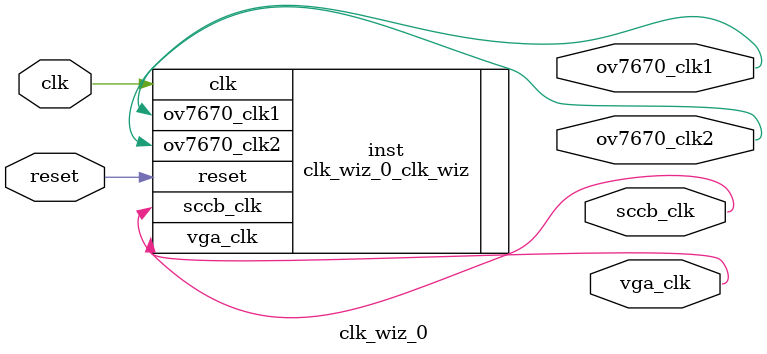
<source format=v>


`timescale 1ps/1ps

(* CORE_GENERATION_INFO = "clk_wiz_0,clk_wiz_v6_0_6_0_0,{component_name=clk_wiz_0,use_phase_alignment=true,use_min_o_jitter=false,use_max_i_jitter=false,use_dyn_phase_shift=false,use_inclk_switchover=false,use_dyn_reconfig=false,enable_axi=0,feedback_source=FDBK_AUTO,PRIMITIVE=MMCM,num_out_clk=4,clkin1_period=10.0,clkin2_period=10.0,use_power_down=false,use_reset=true,use_locked=false,use_inclk_stopped=false,feedback_type=SINGLE,CLOCK_MGR_TYPE=NA,manual_override=false}" *)

module clk_wiz_0 
 (
  // Clock out ports
  output        vga_clk,
  output        ov7670_clk1,
  output        ov7670_clk2,
  output        sccb_clk,
  // Status and control signals
  input         reset,
 // Clock in ports
  input         clk
 );

  clk_wiz_0_clk_wiz inst
  (
  // Clock out ports  
  .vga_clk(vga_clk),
  .ov7670_clk1(ov7670_clk1),
  .ov7670_clk2(ov7670_clk2),
  .sccb_clk(sccb_clk),
  // Status and control signals               
  .reset(reset), 
 // Clock in ports
  .clk(clk)
  );

endmodule

</source>
